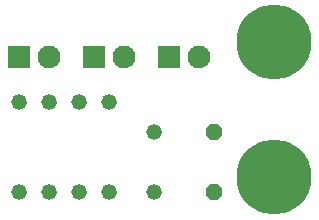
<source format=gbr>
G04 EAGLE Gerber RS-274X export*
G75*
%MOMM*%
%FSLAX34Y34*%
%LPD*%
%INBottom Copper*%
%IPPOS*%
%AMOC8*
5,1,8,0,0,1.08239X$1,22.5*%
G01*
%ADD10C,1.320800*%
%ADD11P,1.429621X8X22.500000*%
%ADD12C,1.930400*%
%ADD13R,1.930400X1.930400*%
%ADD14C,6.350000*%


D10*
X139700Y76200D03*
D11*
X190500Y76200D03*
D10*
X139700Y25400D03*
D11*
X190500Y25400D03*
D12*
X114300Y139700D03*
D13*
X88900Y139700D03*
D10*
X25400Y25400D03*
X50800Y25400D03*
X50800Y101600D03*
X25400Y101600D03*
X76200Y25400D03*
X101600Y25400D03*
X76200Y101600D03*
X101600Y101600D03*
D12*
X50800Y139700D03*
D13*
X25400Y139700D03*
D12*
X177800Y139700D03*
D13*
X152400Y139700D03*
D14*
X241300Y152400D03*
X241300Y38100D03*
M02*

</source>
